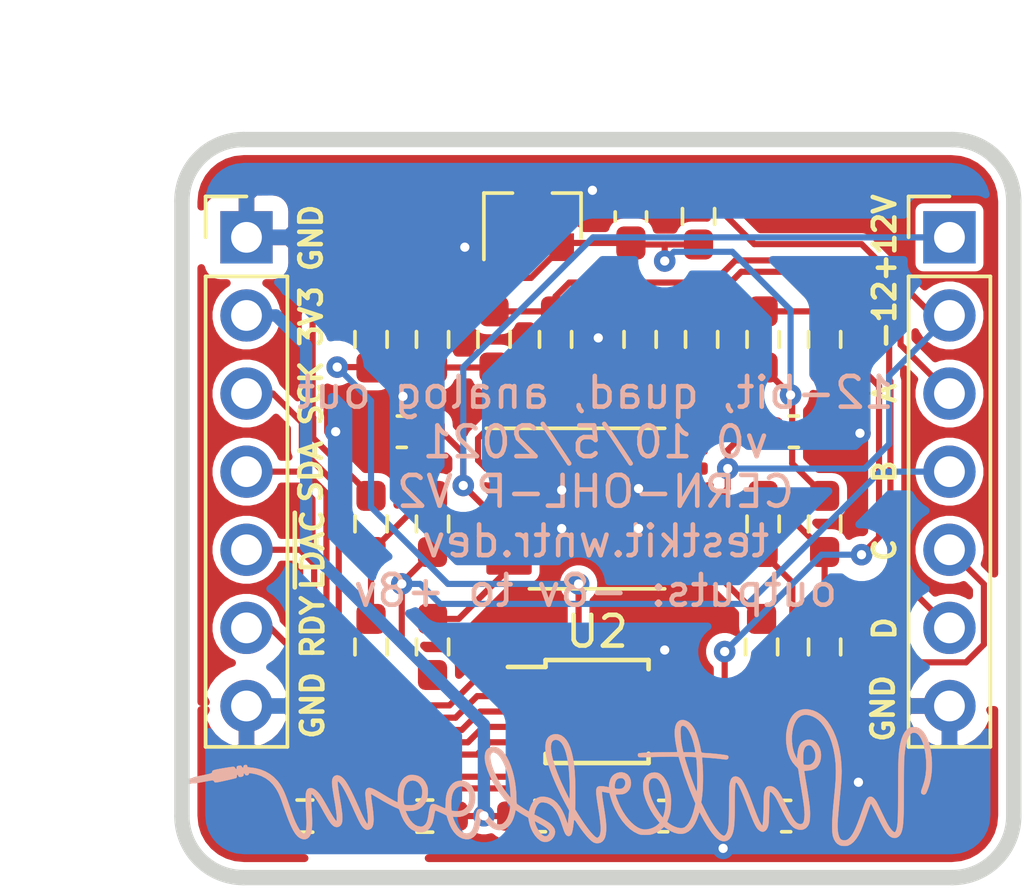
<source format=kicad_pcb>
(kicad_pcb (version 20171130) (host pcbnew "(5.1.10-1-10_14)")
  (title_block (title "12-bit analog outputs") (date 2021-10-05) (rev v0) (company Winterbloom) (comment 1 "CERN OHL-P V2") (comment 2 testkit.wntr.dev))
  (layers (0 F.Cu signal) (31 B.Cu signal) (34 B.Paste user) (35 F.Paste user) (36 B.SilkS user) (37 F.SilkS user) (38 B.Mask user) (39 F.Mask user) (44 Edge.Cuts user))
  (net 0 "")
  (net 1 +3.3VA)
  (net 2 GND)
  (net 3 +3V3)
  (net 4 -10V)
  (net 5 +12V)
  (net 6 -12V)
  (net 7 /OUT_D)
  (net 8 /OUT_C)
  (net 9 /OUT_B)
  (net 10 /OUT_A)
  (net 11 /DAC_OUT_A)
  (net 12 "Net-(R10-Pad2)")
  (net 13 /DAC_OUT_B)
  (net 14 "Net-(R11-Pad2)")
  (net 15 /DAC_OUT_C)
  (net 16 "Net-(R12-Pad2)")
  (net 17 /DAC_OUT_D)
  (net 18 "Net-(R13-Pad2)")
  (net 19 "Net-(R14-Pad2)")
  (net 20 "Net-(R15-Pad2)")
  (net 21 "Net-(R16-Pad2)")
  (net 22 "Net-(R17-Pad2)")
  (net 23 /RDY)
  (net 24 /~LDAC)
  (net 25 /SDA)
  (net 26 /SCL)
  (module Resistor_SMD:R_0603_1608Metric_Pad0.98x0.95mm_HandSolder (layer F.Cu) (at 141.6 125.5 180)
    (fp_text reference R19 hide)
    (fp_text value 10k hide)
    (pad 2 smd roundrect (at 0.9125 0 180) (size 0.975 0.95) (layers F.Cu F.Paste F.Mask) (net 3 +3V3))
    (pad 1 smd roundrect (at -0.9125 0 180) (size 0.975 0.95) (layers F.Cu F.Paste F.Mask) (net 25 /SDA))
  )
  (module Resistor_SMD:R_0603_1608Metric_Pad0.98x0.95mm_HandSolder (layer F.Cu) (at 145.5 125.5)
    (fp_text reference R18 hide)
    (fp_text value 10k hide)
    (pad 2 smd roundrect (at 0.9125 0) (size 0.975 0.95) (layers F.Cu F.Paste F.Mask) (net 3 +3V3))
    (pad 1 smd roundrect (at -0.9125 0) (size 0.975 0.95) (layers F.Cu F.Paste F.Mask) (net 26 /SCL))
  )
  (module Package_SO:MSOP-10_3x3mm_P0.5mm (layer F.Cu) (at 151.1 122.1)
    (fp_text reference U2 (at 0 -2.6) (layer F.SilkS))
    (fp_text value MCP4728)
    (pad 10 smd rect (at 2.2 -1) (size 1.4 0.3) (layers F.Cu F.Paste F.Mask) (net 2 GND))
    (pad 9 smd rect (at 2.2 -0.5) (size 1.4 0.3) (layers F.Cu F.Paste F.Mask) (net 17 /DAC_OUT_D))
    (pad 8 smd rect (at 2.2 0) (size 1.4 0.3) (layers F.Cu F.Paste F.Mask) (net 15 /DAC_OUT_C))
    (pad 7 smd rect (at 2.2 0.5) (size 1.4 0.3) (layers F.Cu F.Paste F.Mask) (net 13 /DAC_OUT_B))
    (pad 6 smd rect (at 2.2 1) (size 1.4 0.3) (layers F.Cu F.Paste F.Mask) (net 11 /DAC_OUT_A))
    (pad 5 smd rect (at -2.2 1) (size 1.4 0.3) (layers F.Cu F.Paste F.Mask) (net 23 /RDY))
    (pad 4 smd rect (at -2.2 0.5) (size 1.4 0.3) (layers F.Cu F.Paste F.Mask) (net 24 /~LDAC))
    (pad 3 smd rect (at -2.2 0) (size 1.4 0.3) (layers F.Cu F.Paste F.Mask) (net 25 /SDA))
    (pad 2 smd rect (at -2.2 -0.5) (size 1.4 0.3) (layers F.Cu F.Paste F.Mask) (net 26 /SCL))
    (pad 1 smd rect (at -2.2 -1) (size 1.4 0.3) (layers F.Cu F.Paste F.Mask) (net 1 +3.3VA))
  )
  (module Connector_PinHeader_2.54mm:PinHeader_1x07_P2.54mm_Vertical (layer F.Cu) (at 162.56 106.68)
    (fp_text reference J2 hide)
    (fp_text value Outputs)
    (pad 7 thru_hole oval (at 0 15.24) (size 1.7 1.7) (drill 1) (layers *.Cu *.Mask) (net 2 GND))
    (pad 6 thru_hole oval (at 0 12.7) (size 1.7 1.7) (drill 1) (layers *.Cu *.Mask) (net 7 /OUT_D))
    (pad 5 thru_hole oval (at 0 10.16) (size 1.7 1.7) (drill 1) (layers *.Cu *.Mask) (net 8 /OUT_C))
    (pad 4 thru_hole oval (at 0 7.62) (size 1.7 1.7) (drill 1) (layers *.Cu *.Mask) (net 9 /OUT_B))
    (pad 3 thru_hole oval (at 0 5.08) (size 1.7 1.7) (drill 1) (layers *.Cu *.Mask) (net 10 /OUT_A))
    (pad 2 thru_hole oval (at 0 2.54) (size 1.7 1.7) (drill 1) (layers *.Cu *.Mask) (net 6 -12V))
    (pad 1 thru_hole rect (at 0 0) (size 1.7 1.7) (drill 1) (layers *.Cu *.Mask) (net 5 +12V))
  )
  (module Connector_PinHeader_2.54mm:PinHeader_1x07_P2.54mm_Vertical (layer F.Cu) (at 139.7 106.68)
    (fp_text reference J1 hide)
    (fp_text value Inputs)
    (pad 7 thru_hole oval (at 0 15.24) (size 1.7 1.7) (drill 1) (layers *.Cu *.Mask) (net 2 GND))
    (pad 6 thru_hole oval (at 0 12.7) (size 1.7 1.7) (drill 1) (layers *.Cu *.Mask) (net 23 /RDY))
    (pad 5 thru_hole oval (at 0 10.16) (size 1.7 1.7) (drill 1) (layers *.Cu *.Mask) (net 24 /~LDAC))
    (pad 4 thru_hole oval (at 0 7.62) (size 1.7 1.7) (drill 1) (layers *.Cu *.Mask) (net 25 /SDA))
    (pad 3 thru_hole oval (at 0 5.08) (size 1.7 1.7) (drill 1) (layers *.Cu *.Mask) (net 26 /SCL))
    (pad 2 thru_hole oval (at 0 2.54) (size 1.7 1.7) (drill 1) (layers *.Cu *.Mask) (net 3 +3V3))
    (pad 1 thru_hole rect (at 0 0) (size 1.7 1.7) (drill 1) (layers *.Cu *.Mask) (net 2 GND))
  )
  (module winterbloom:Extra_Long_Wiggly_Boi_25mm (layer B.Cu) (at 149.85 124.25 180)
    (fp_text reference G*** hide)
    (fp_text value LOGO hide)
  )
  (module Resistor_SMD:R_0603_1608Metric_Pad0.98x0.95mm_HandSolder (layer F.Cu) (at 156.5 110 270)
    (fp_text reference R9 hide)
    (fp_text value 12.4k)
    (pad 2 smd roundrect (at 0.9125 0 270) (size 0.975 0.95) (layers F.Cu F.Paste F.Mask) (net 4 -10V))
    (pad 1 smd roundrect (at -0.9125 0 270) (size 0.975 0.95) (layers F.Cu F.Paste F.Mask) (net 18 "Net-(R13-Pad2)"))
  )
  (module Package_SO:TSSOP-14_4.4x5mm_P0.65mm (layer F.Cu) (at 151.1 115.5)
    (fp_text reference U3 hide)
    (fp_text value OPA4197)
    (pad 14 smd roundrect (at 2.8625 -1.95) (size 1.475 0.4) (layers F.Cu F.Paste F.Mask) (net 22 "Net-(R17-Pad2)"))
    (pad 13 smd roundrect (at 2.8625 -1.3) (size 1.475 0.4) (layers F.Cu F.Paste F.Mask) (net 18 "Net-(R13-Pad2)"))
    (pad 12 smd roundrect (at 2.8625 -0.65) (size 1.475 0.4) (layers F.Cu F.Paste F.Mask) (net 2 GND))
    (pad 11 smd roundrect (at 2.8625 0) (size 1.475 0.4) (layers F.Cu F.Paste F.Mask) (net 6 -12V))
    (pad 10 smd roundrect (at 2.8625 0.65) (size 1.475 0.4) (layers F.Cu F.Paste F.Mask) (net 2 GND))
    (pad 9 smd roundrect (at 2.8625 1.3) (size 1.475 0.4) (layers F.Cu F.Paste F.Mask) (net 16 "Net-(R12-Pad2)"))
    (pad 8 smd roundrect (at 2.8625 1.95) (size 1.475 0.4) (layers F.Cu F.Paste F.Mask) (net 21 "Net-(R16-Pad2)"))
    (pad 7 smd roundrect (at -2.8625 1.95) (size 1.475 0.4) (layers F.Cu F.Paste F.Mask) (net 20 "Net-(R15-Pad2)"))
    (pad 6 smd roundrect (at -2.8625 1.3) (size 1.475 0.4) (layers F.Cu F.Paste F.Mask) (net 14 "Net-(R11-Pad2)"))
    (pad 5 smd roundrect (at -2.8625 0.65) (size 1.475 0.4) (layers F.Cu F.Paste F.Mask) (net 2 GND))
    (pad 4 smd roundrect (at -2.8625 0) (size 1.475 0.4) (layers F.Cu F.Paste F.Mask) (net 5 +12V))
    (pad 3 smd roundrect (at -2.8625 -0.65) (size 1.475 0.4) (layers F.Cu F.Paste F.Mask) (net 2 GND))
    (pad 2 smd roundrect (at -2.8625 -1.3) (size 1.475 0.4) (layers F.Cu F.Paste F.Mask) (net 12 "Net-(R10-Pad2)"))
    (pad 1 smd roundrect (at -2.8625 -1.95) (size 1.475 0.4) (layers F.Cu F.Paste F.Mask) (net 19 "Net-(R14-Pad2)"))
  )
  (module Package_TO_SOT_SMD:SOT-23 (layer F.Cu) (at 149 106 90)
    (fp_text reference U1 hide)
    (fp_text value LM4040-10)
    (pad 3 smd rect (at 1 0 90) (size 0.9 0.8) (layers F.Cu F.Paste F.Mask))
    (pad 2 smd rect (at -1 0.95 90) (size 0.9 0.8) (layers F.Cu F.Paste F.Mask) (net 4 -10V))
    (pad 1 smd rect (at -1 -0.95 90) (size 0.9 0.8) (layers F.Cu F.Paste F.Mask) (net 2 GND))
  )
  (module Resistor_SMD:R_0603_1608Metric_Pad0.98x0.95mm_HandSolder (layer F.Cu) (at 154.5 110 270)
    (fp_text reference R17 hide)
    (fp_text value 1k)
    (pad 2 smd roundrect (at 0.9125 0 270) (size 0.975 0.95) (layers F.Cu F.Paste F.Mask) (net 22 "Net-(R17-Pad2)"))
    (pad 1 smd roundrect (at -0.9125 0 270) (size 0.975 0.95) (layers F.Cu F.Paste F.Mask) (net 7 /OUT_D))
  )
  (module Resistor_SMD:R_0603_1608Metric_Pad0.98x0.95mm_HandSolder (layer F.Cu) (at 156.45 120 90)
    (fp_text reference R16 hide)
    (fp_text value 1k)
    (pad 2 smd roundrect (at 0.9125 0 90) (size 0.975 0.95) (layers F.Cu F.Paste F.Mask) (net 21 "Net-(R16-Pad2)"))
    (pad 1 smd roundrect (at -0.9125 0 90) (size 0.975 0.95) (layers F.Cu F.Paste F.Mask) (net 8 /OUT_C))
  )
  (module Resistor_SMD:R_0603_1608Metric_Pad0.98x0.95mm_HandSolder (layer F.Cu) (at 145.75 120 90)
    (fp_text reference R15 hide)
    (fp_text value 1k)
    (pad 2 smd roundrect (at 0.9125 0 90) (size 0.975 0.95) (layers F.Cu F.Paste F.Mask) (net 20 "Net-(R15-Pad2)"))
    (pad 1 smd roundrect (at -0.9125 0 90) (size 0.975 0.95) (layers F.Cu F.Paste F.Mask) (net 9 /OUT_B))
  )
  (module Resistor_SMD:R_0603_1608Metric_Pad0.98x0.95mm_HandSolder (layer F.Cu) (at 149.75 110 270)
    (fp_text reference R14 hide)
    (fp_text value 1k)
    (pad 2 smd roundrect (at 0.9125 0 270) (size 0.975 0.95) (layers F.Cu F.Paste F.Mask) (net 19 "Net-(R14-Pad2)"))
    (pad 1 smd roundrect (at -0.9125 0 270) (size 0.975 0.95) (layers F.Cu F.Paste F.Mask) (net 10 /OUT_A))
  )
  (module Resistor_SMD:R_0603_1608Metric_Pad0.98x0.95mm_HandSolder (layer F.Cu) (at 152.5 110 270)
    (fp_text reference R13 hide)
    (fp_text value 10k)
    (pad 2 smd roundrect (at 0.9125 0 270) (size 0.975 0.95) (layers F.Cu F.Paste F.Mask) (net 18 "Net-(R13-Pad2)"))
    (pad 1 smd roundrect (at -0.9125 0 270) (size 0.975 0.95) (layers F.Cu F.Paste F.Mask) (net 7 /OUT_D))
  )
  (module Resistor_SMD:R_0603_1608Metric_Pad0.98x0.95mm_HandSolder (layer F.Cu) (at 156.5 116 90)
    (fp_text reference R12 hide)
    (fp_text value 10k)
    (pad 2 smd roundrect (at 0.9125 0 90) (size 0.975 0.95) (layers F.Cu F.Paste F.Mask) (net 16 "Net-(R12-Pad2)"))
    (pad 1 smd roundrect (at -0.9125 0 90) (size 0.975 0.95) (layers F.Cu F.Paste F.Mask) (net 8 /OUT_C))
  )
  (module Resistor_SMD:R_0603_1608Metric_Pad0.98x0.95mm_HandSolder (layer F.Cu) (at 145.75 116 90)
    (fp_text reference R11 hide)
    (fp_text value 10k)
    (pad 2 smd roundrect (at 0.9125 0 90) (size 0.975 0.95) (layers F.Cu F.Paste F.Mask) (net 14 "Net-(R11-Pad2)"))
    (pad 1 smd roundrect (at -0.9125 0 90) (size 0.975 0.95) (layers F.Cu F.Paste F.Mask) (net 9 /OUT_B))
  )
  (module Resistor_SMD:R_0603_1608Metric_Pad0.98x0.95mm_HandSolder (layer F.Cu) (at 147.75 110 270)
    (fp_text reference R10 hide)
    (fp_text value 10k)
    (pad 2 smd roundrect (at 0.9125 0 270) (size 0.975 0.95) (layers F.Cu F.Paste F.Mask) (net 12 "Net-(R10-Pad2)"))
    (pad 1 smd roundrect (at -0.9125 0 270) (size 0.975 0.95) (layers F.Cu F.Paste F.Mask) (net 10 /OUT_A))
  )
  (module Resistor_SMD:R_0603_1608Metric_Pad0.98x0.95mm_HandSolder (layer F.Cu) (at 158.5 110 270)
    (fp_text reference R8 hide)
    (fp_text value 1.54k)
    (pad 2 smd roundrect (at 0.9125 0 270) (size 0.975 0.95) (layers F.Cu F.Paste F.Mask) (net 17 /DAC_OUT_D))
    (pad 1 smd roundrect (at -0.9125 0 270) (size 0.975 0.95) (layers F.Cu F.Paste F.Mask) (net 18 "Net-(R13-Pad2)"))
  )
  (module Resistor_SMD:R_0603_1608Metric_Pad0.98x0.95mm_HandSolder (layer F.Cu) (at 158.5 116 90)
    (fp_text reference R7 hide)
    (fp_text value 12.4k)
    (pad 2 smd roundrect (at 0.9125 0 90) (size 0.975 0.95) (layers F.Cu F.Paste F.Mask) (net 4 -10V))
    (pad 1 smd roundrect (at -0.9125 0 90) (size 0.975 0.95) (layers F.Cu F.Paste F.Mask) (net 16 "Net-(R12-Pad2)"))
  )
  (module Resistor_SMD:R_0603_1608Metric_Pad0.98x0.95mm_HandSolder (layer F.Cu) (at 158.5 120 270)
    (fp_text reference R6 hide)
    (fp_text value 1.54k)
    (pad 2 smd roundrect (at 0.9125 0 270) (size 0.975 0.95) (layers F.Cu F.Paste F.Mask) (net 15 /DAC_OUT_C))
    (pad 1 smd roundrect (at -0.9125 0 270) (size 0.975 0.95) (layers F.Cu F.Paste F.Mask) (net 16 "Net-(R12-Pad2)"))
  )
  (module Resistor_SMD:R_0603_1608Metric_Pad0.98x0.95mm_HandSolder (layer F.Cu) (at 143.75 116 90)
    (fp_text reference R5 hide)
    (fp_text value 12.4k)
    (pad 2 smd roundrect (at 0.9125 0 90) (size 0.975 0.95) (layers F.Cu F.Paste F.Mask) (net 4 -10V))
    (pad 1 smd roundrect (at -0.9125 0 90) (size 0.975 0.95) (layers F.Cu F.Paste F.Mask) (net 14 "Net-(R11-Pad2)"))
  )
  (module Resistor_SMD:R_0603_1608Metric_Pad0.98x0.95mm_HandSolder (layer F.Cu) (at 143.75 120 270)
    (fp_text reference R4 hide)
    (fp_text value 1.54k)
    (pad 2 smd roundrect (at 0.9125 0 270) (size 0.975 0.95) (layers F.Cu F.Paste F.Mask) (net 13 /DAC_OUT_B))
    (pad 1 smd roundrect (at -0.9125 0 270) (size 0.975 0.95) (layers F.Cu F.Paste F.Mask) (net 14 "Net-(R11-Pad2)"))
  )
  (module Resistor_SMD:R_0603_1608Metric_Pad0.98x0.95mm_HandSolder (layer F.Cu) (at 145.75 110 90)
    (fp_text reference R3 hide)
    (fp_text value 12.4k)
    (pad 2 smd roundrect (at 0.9125 0 90) (size 0.975 0.95) (layers F.Cu F.Paste F.Mask) (net 4 -10V))
    (pad 1 smd roundrect (at -0.9125 0 90) (size 0.975 0.95) (layers F.Cu F.Paste F.Mask) (net 12 "Net-(R10-Pad2)"))
  )
  (module Resistor_SMD:R_0603_1608Metric_Pad0.98x0.95mm_HandSolder (layer F.Cu) (at 143.75 110 270)
    (fp_text reference R2 hide)
    (fp_text value 1.54k)
    (pad 2 smd roundrect (at 0.9125 0 270) (size 0.975 0.95) (layers F.Cu F.Paste F.Mask) (net 11 /DAC_OUT_A))
    (pad 1 smd roundrect (at -0.9125 0 270) (size 0.975 0.95) (layers F.Cu F.Paste F.Mask) (net 12 "Net-(R10-Pad2)"))
  )
  (module Resistor_SMD:R_0603_1608Metric_Pad0.98x0.95mm_HandSolder (layer F.Cu) (at 154.4 106 90)
    (fp_text reference R1 hide)
    (fp_text value 270)
    (pad 2 smd roundrect (at 0.9125 0 90) (size 0.975 0.95) (layers F.Cu F.Paste F.Mask) (net 6 -12V))
    (pad 1 smd roundrect (at -0.9125 0 90) (size 0.975 0.95) (layers F.Cu F.Paste F.Mask) (net 4 -10V))
  )
  (module Inductor_SMD:L_0603_1608Metric_Pad1.05x0.95mm_HandSolder (layer F.Cu) (at 149.25 125.5 180)
    (fp_text reference FB1 hide)
    (fp_text value BEAD)
    (pad 2 smd roundrect (at 0.875 0 180) (size 1.05 0.95) (layers F.Cu F.Paste F.Mask) (net 3 +3V3))
    (pad 1 smd roundrect (at -0.875 0 180) (size 1.05 0.95) (layers F.Cu F.Paste F.Mask) (net 1 +3.3VA))
  )
  (module Capacitor_SMD:C_0603_1608Metric_Pad1.08x0.95mm_HandSolder (layer F.Cu) (at 157.5 113 180)
    (fp_text reference C6 hide)
    (fp_text value 0.1uF)
    (pad 2 smd roundrect (at 0.8625 0 180) (size 1.075 0.95) (layers F.Cu F.Paste F.Mask) (net 6 -12V))
    (pad 1 smd roundrect (at -0.8625 0 180) (size 1.075 0.95) (layers F.Cu F.Paste F.Mask) (net 2 GND))
  )
  (module Capacitor_SMD:C_0603_1608Metric_Pad1.08x0.95mm_HandSolder (layer F.Cu) (at 144.75 113)
    (fp_text reference C5 hide)
    (fp_text value 0.1uF)
    (pad 2 smd roundrect (at 0.8625 0) (size 1.075 0.95) (layers F.Cu F.Paste F.Mask) (net 5 +12V))
    (pad 1 smd roundrect (at -0.8625 0) (size 1.075 0.95) (layers F.Cu F.Paste F.Mask) (net 2 GND))
  )
  (module Capacitor_SMD:C_0603_1608Metric_Pad1.08x0.95mm_HandSolder (layer F.Cu) (at 152.2 106 270)
    (fp_text reference C4 hide)
    (fp_text value 0.1uF)
    (pad 2 smd roundrect (at 0.8625 0 270) (size 1.075 0.95) (layers F.Cu F.Paste F.Mask) (net 4 -10V))
    (pad 1 smd roundrect (at -0.8625 0 270) (size 1.075 0.95) (layers F.Cu F.Paste F.Mask) (net 2 GND))
  )
  (module Capacitor_SMD:C_0603_1608Metric_Pad1.08x0.95mm_HandSolder (layer F.Cu) (at 153.25 125.5 180)
    (fp_text reference C2 hide)
    (fp_text value 0.1uF)
    (pad 2 smd roundrect (at 0.8625 0 180) (size 1.075 0.95) (layers F.Cu F.Paste F.Mask) (net 1 +3.3VA))
    (pad 1 smd roundrect (at -0.8625 0 180) (size 1.075 0.95) (layers F.Cu F.Paste F.Mask) (net 2 GND))
  )
  (module Capacitor_SMD:C_0603_1608Metric_Pad1.08x0.95mm_HandSolder (layer F.Cu) (at 157.25 125.5 180)
    (fp_text reference C1 hide)
    (fp_text value 1uF)
    (pad 2 smd roundrect (at 0.8625 0 180) (size 1.075 0.95) (layers F.Cu F.Paste F.Mask) (net 1 +3.3VA))
    (pad 1 smd roundrect (at -0.8625 0 180) (size 1.075 0.95) (layers F.Cu F.Paste F.Mask) (net 2 GND))
  )
  (gr_text "12-bit, quad, analog out\nv0 10/5/2021\nCERN-OHL-P V2\ntestkit.wntr.dev\noutputs: -8v to +8v" (at 151.05 114.95) (layer B.SilkS) (effects (font (size 1 1)) (justify mirror)))
  (gr_text GND (at 160.4 122 90) (layer F.SilkS) (effects (font (size 0.7 0.7))))
  (gr_text D (at 160.45 119.4 90) (layer F.SilkS) (effects (font (size 0.7 0.7))))
  (gr_text C (at 160.45 116.85 90) (layer F.SilkS) (effects (font (size 0.7 0.7))))
  (gr_text B (at 160.45 114.3 90) (layer F.SilkS) (effects (font (size 0.7 0.7))))
  (gr_text A (at 160.45 111.75 90) (layer F.SilkS) (effects (font (size 0.7 0.7))))
  (gr_text -12 (at 160.45 109.2 90) (layer F.SilkS) (effects (font (size 0.7 0.7))))
  (gr_text +12V (at 160.45 106.7 90) (layer F.SilkS) (effects (font (size 0.7 0.7))))
  (gr_text GND (at 141.85 121.9 90) (layer F.SilkS) (effects (font (size 0.7 0.7))))
  (gr_text RDY (at 141.85 119.35 90) (layer F.SilkS) (effects (font (size 0.7 0.7))))
  (gr_text ~LDAC (at 141.85 116.85 90) (layer F.SilkS) (effects (font (size 0.7 0.7))))
  (gr_text SDA (at 141.8 114.3 90) (layer F.SilkS) (effects (font (size 0.7 0.7))))
  (gr_text SCK (at 141.8 111.75 90) (layer F.SilkS) (effects (font (size 0.7 0.7))))
  (gr_text 3V3 (at 141.8 109.25 90) (layer F.SilkS) (effects (font (size 0.7 0.7))))
  (gr_text GND (at 141.8 106.7 90) (layer F.SilkS) (effects (font (size 0.7 0.7))))
  (gr_arc (start 139.6 125.5) (end 137.6 125.5) (angle -90) (layer Edge.Cuts) (width 0.5))
  (gr_arc (start 162.65 125.5) (end 162.65 127.5) (angle -90) (layer Edge.Cuts) (width 0.5))
  (gr_arc (start 162.65 105.5) (end 164.65 105.5) (angle -90) (layer Edge.Cuts) (width 0.5))
  (gr_arc (start 139.6 105.5) (end 139.6 103.5) (angle -90) (layer Edge.Cuts) (width 0.5))
  (gr_line (start 137.6 125.5) (end 137.6 105.5) (layer Edge.Cuts) (width 0.5))
  (gr_line (start 162.65 127.5) (end 139.6 127.5) (layer Edge.Cuts) (width 0.5))
  (gr_line (start 164.65 105.5) (end 164.65 125.5) (layer Edge.Cuts) (width 0.5))
  (gr_line (start 139.6 103.5) (end 162.65 103.5) (layer Edge.Cuts) (width 0.5))
  (segment (start 152.3875 125.5) (end 150.125 125.5) (width 0.2) (layer F.Cu) (net 1))
  (segment (start 155.64249 124.75499) (end 156.3875 125.5) (width 0.2) (layer F.Cu) (net 1))
  (segment (start 152.3875 125.5) (end 153.13251 124.75499) (width 0.2) (layer F.Cu) (net 1))
  (segment (start 153.13251 124.75499) (end 155.64249 124.75499) (width 0.2) (layer F.Cu) (net 1))
  (segment (start 150.660022 124.964978) (end 150.660022 121.836748) (width 0.2) (layer F.Cu) (net 1))
  (segment (start 150.125 125.5) (end 150.660022 124.964978) (width 0.2) (layer F.Cu) (net 1))
  (segment (start 150.660022 121.836748) (end 149.923274 121.1) (width 0.2) (layer F.Cu) (net 1))
  (segment (start 149.923274 121.1) (end 148.9 121.1) (width 0.2) (layer F.Cu) (net 1))
  (via (at 159.65 113.05) (size 0.7) (drill 0.3) (layers F.Cu B.Cu) (net 2))
  (via (at 149.95 114.9) (size 0.7) (drill 0.3) (layers F.Cu B.Cu) (net 2))
  (via (at 152.45 116.15) (size 0.7) (drill 0.3) (layers F.Cu B.Cu) (net 2))
  (via (at 152.45 114.85) (size 0.7) (drill 0.3) (layers F.Cu B.Cu) (net 2))
  (via (at 149.95 116.15) (size 0.7) (drill 0.3) (layers F.Cu B.Cu) (net 2))
  (via (at 142.6 113) (size 0.7) (drill 0.3) (layers F.Cu B.Cu) (net 2))
  (via (at 146.8 107) (size 0.7) (drill 0.3) (layers F.Cu B.Cu) (net 2))
  (via (at 150.95 105.15) (size 0.7) (drill 0.3) (layers F.Cu B.Cu) (net 2))
  (via (at 155.2 126.55) (size 0.7) (drill 0.3) (layers F.Cu B.Cu) (net 2))
  (via (at 159.6 124.4) (size 0.7) (drill 0.3) (layers F.Cu B.Cu) (net 2))
  (via (at 153.3 120.1) (size 0.7) (drill 0.3) (layers F.Cu B.Cu) (net 2))
  (segment (start 153.3 121.1) (end 153.3 120.1) (width 0.2) (layer F.Cu) (net 2))
  (via (at 144.79 111.85) (size 0.7) (drill 0.3) (layers F.Cu B.Cu) (net 2))
  (via (at 151.14 109.95) (size 0.7) (drill 0.3) (layers F.Cu B.Cu) (net 2))
  (segment (start 139.7 109.22) (end 140.52 109.22) (width 0.16) (layer F.Cu) (net 3))
  (segment (start 146.4125 125.5) (end 148.375 125.5) (width 0.2) (layer F.Cu) (net 3))
  (segment (start 140.6875 125.5) (end 140.8 125.5) (width 0.2) (layer F.Cu) (net 3))
  (segment (start 140.8 125.5) (end 141.7 126.4) (width 0.2) (layer F.Cu) (net 3))
  (segment (start 145.5125 126.4) (end 146.4125 125.5) (width 0.2) (layer F.Cu) (net 3))
  (segment (start 141.7 126.4) (end 145.5125 126.4) (width 0.2) (layer F.Cu) (net 3))
  (segment (start 139.7 109.22) (end 140.66 109.22) (width 0.4) (layer B.Cu) (net 3))
  (segment (start 140.66 109.22) (end 141.64 110.2) (width 0.4) (layer B.Cu) (net 3))
  (segment (start 141.64 110.2) (end 141.64 116.75) (width 0.4) (layer B.Cu) (net 3))
  (via (at 147.42 125.49) (size 0.7) (drill 0.3) (layers F.Cu B.Cu) (net 3))
  (segment (start 147.42 122.53) (end 147.42 125.49) (width 0.4) (layer B.Cu) (net 3))
  (segment (start 141.64 116.75) (end 147.42 122.53) (width 0.4) (layer B.Cu) (net 3))
  (segment (start 152.25 106.9125) (end 152.2 106.8625) (width 0.2) (layer F.Cu) (net 4))
  (segment (start 150.0875 106.8625) (end 149.95 107) (width 0.2) (layer F.Cu) (net 4))
  (segment (start 152.2 106.8625) (end 150.0875 106.8625) (width 0.2) (layer F.Cu) (net 4))
  (segment (start 145.75 109.0875) (end 145.8125 109.0875) (width 0.2) (layer F.Cu) (net 4))
  (segment (start 145.8125 109.0875) (end 146.9 108) (width 0.2) (layer F.Cu) (net 4))
  (segment (start 148.95 108) (end 149.95 107) (width 0.2) (layer F.Cu) (net 4))
  (segment (start 146.9 108) (end 148.95 108) (width 0.2) (layer F.Cu) (net 4))
  (segment (start 158.5 115.0875) (end 158.8625 115.0875) (width 0.2) (layer F.Cu) (net 4))
  (segment (start 157.4875 111.9) (end 157.39375 111.80625) (width 0.2) (layer F.Cu) (net 4))
  (segment (start 157.39375 111.80625) (end 156.5 110.9125) (width 0.2) (layer F.Cu) (net 4))
  (via (at 157.39375 111.80625) (size 0.7) (drill 0.3) (layers F.Cu B.Cu) (net 4))
  (segment (start 157.39375 111.80625) (end 157.39375 109.04375) (width 0.2) (layer B.Cu) (net 4))
  (segment (start 157.39375 109.04375) (end 155.5 107.15) (width 0.2) (layer B.Cu) (net 4))
  (via (at 153.3 107.45) (size 0.7) (drill 0.3) (layers F.Cu B.Cu) (net 4))
  (segment (start 153.6 107.15) (end 153.3 107.45) (width 0.2) (layer B.Cu) (net 4))
  (segment (start 155.5 107.15) (end 153.6 107.15) (width 0.2) (layer B.Cu) (net 4))
  (segment (start 153.3 106.95) (end 153.3375 106.9125) (width 0.2) (layer F.Cu) (net 4))
  (segment (start 153.3375 106.9125) (end 152.25 106.9125) (width 0.2) (layer F.Cu) (net 4))
  (segment (start 153.3 107.45) (end 153.3 106.95) (width 0.2) (layer F.Cu) (net 4))
  (segment (start 154.4 106.9125) (end 153.3375 106.9125) (width 0.2) (layer F.Cu) (net 4))
  (segment (start 157.44501 114.03251) (end 158.5 115.0875) (width 0.2) (layer F.Cu) (net 4))
  (segment (start 157.44501 111.85751) (end 157.44501 114.03251) (width 0.2) (layer F.Cu) (net 4))
  (segment (start 157.39375 111.80625) (end 157.44501 111.85751) (width 0.2) (layer F.Cu) (net 4))
  (segment (start 143.75 115.0875) (end 141.870011 113.207511) (width 0.2) (layer F.Cu) (net 4))
  (segment (start 141.870011 113.207511) (end 141.870011 112.546737) (width 0.2) (layer F.Cu) (net 4))
  (segment (start 141.85 112.526726) (end 141.85 109.25) (width 0.2) (layer F.Cu) (net 4))
  (segment (start 141.870011 112.546737) (end 141.85 112.526726) (width 0.2) (layer F.Cu) (net 4))
  (segment (start 144.8125 108.15) (end 145.75 109.0875) (width 0.2) (layer F.Cu) (net 4))
  (segment (start 141.85 109.25) (end 142.95 108.15) (width 0.2) (layer F.Cu) (net 4))
  (segment (start 142.95 108.15) (end 144.8125 108.15) (width 0.2) (layer F.Cu) (net 4))
  (segment (start 145.6125 113) (end 146.05 113) (width 0.2) (layer F.Cu) (net 5))
  (segment (start 146.05 113) (end 146.75 113.7) (width 0.2) (layer F.Cu) (net 5))
  (segment (start 147.5 115.5) (end 148.2375 115.5) (width 0.2) (layer F.Cu) (net 5))
  (segment (start 146.75 114.75) (end 147.5 115.5) (width 0.2) (layer F.Cu) (net 5))
  (segment (start 146.75 113.7) (end 146.75 114.75) (width 0.2) (layer F.Cu) (net 5))
  (segment (start 162.56 106.68) (end 150.97 106.68) (width 0.2) (layer B.Cu) (net 5))
  (segment (start 146.75 110.9) (end 146.75 114.75) (width 0.2) (layer B.Cu) (net 5))
  (via (at 146.75 114.75) (size 0.7) (drill 0.3) (layers F.Cu B.Cu) (net 5))
  (segment (start 150.97 106.68) (end 146.75 110.9) (width 0.2) (layer B.Cu) (net 5))
  (segment (start 154.7 115.5) (end 155.35 114.85) (width 0.2) (layer F.Cu) (net 6))
  (segment (start 153.9625 115.5) (end 154.7 115.5) (width 0.2) (layer F.Cu) (net 6))
  (segment (start 155.95 113) (end 156.6375 113) (width 0.2) (layer F.Cu) (net 6))
  (segment (start 155.35 113.6) (end 155.95 113) (width 0.2) (layer F.Cu) (net 6))
  (segment (start 162.56 109.22) (end 162.02 109.22) (width 0.2) (layer F.Cu) (net 6))
  (segment (start 162.02 109.22) (end 159.7 106.9) (width 0.2) (layer F.Cu) (net 6))
  (segment (start 156.2125 106.9) (end 154.4 105.0875) (width 0.2) (layer F.Cu) (net 6))
  (segment (start 159.7 106.9) (end 156.2125 106.9) (width 0.2) (layer F.Cu) (net 6))
  (via (at 155.35 114.2) (size 0.7) (drill 0.3) (layers F.Cu B.Cu) (net 6))
  (segment (start 155.35 114.2) (end 155.35 113.6) (width 0.2) (layer F.Cu) (net 6))
  (segment (start 155.35 114.85) (end 155.35 114.2) (width 0.2) (layer F.Cu) (net 6))
  (segment (start 160.6 111.18) (end 162.56 109.22) (width 0.2) (layer B.Cu) (net 6))
  (segment (start 160.6 113.4) (end 160.6 111.18) (width 0.2) (layer B.Cu) (net 6))
  (segment (start 159.8 114.2) (end 160.6 113.4) (width 0.2) (layer B.Cu) (net 6))
  (segment (start 155.35 114.2) (end 159.8 114.2) (width 0.2) (layer B.Cu) (net 6))
  (segment (start 152.5 109.0875) (end 154.5 109.0875) (width 0.2) (layer F.Cu) (net 7))
  (segment (start 160.6 109.25) (end 159.15 107.8) (width 0.2) (layer F.Cu) (net 7))
  (segment (start 160.640012 117.460012) (end 160.640012 111.366738) (width 0.2) (layer F.Cu) (net 7))
  (segment (start 162.56 119.38) (end 160.640012 117.460012) (width 0.2) (layer F.Cu) (net 7))
  (segment (start 160.640012 111.366738) (end 160.6 111.326726) (width 0.2) (layer F.Cu) (net 7))
  (segment (start 159.15 107.8) (end 155.7875 107.8) (width 0.2) (layer F.Cu) (net 7))
  (segment (start 160.6 111.326726) (end 160.6 109.25) (width 0.2) (layer F.Cu) (net 7))
  (segment (start 155.7875 107.8) (end 154.5 109.0875) (width 0.2) (layer F.Cu) (net 7))
  (segment (start 156.5 116.9125) (end 156.5 116.95) (width 0.2) (layer F.Cu) (net 8))
  (segment (start 156.5 116.95) (end 157.45 117.9) (width 0.2) (layer F.Cu) (net 8))
  (segment (start 157.45 119.9125) (end 156.45 120.9125) (width 0.2) (layer F.Cu) (net 8))
  (segment (start 157.45 117.9) (end 157.45 119.9125) (width 0.2) (layer F.Cu) (net 8))
  (segment (start 162.4875 116.9125) (end 162.56 116.84) (width 0.2) (layer F.Cu) (net 8))
  (segment (start 157.45 119.9125) (end 160.8625 119.9125) (width 0.2) (layer F.Cu) (net 8))
  (segment (start 163.680001 117.960001) (end 162.56 116.84) (width 0.2) (layer F.Cu) (net 8))
  (segment (start 163.097601 120.500001) (end 163.680001 119.917601) (width 0.2) (layer F.Cu) (net 8))
  (segment (start 161.450001 120.500001) (end 163.097601 120.500001) (width 0.2) (layer F.Cu) (net 8))
  (segment (start 163.680001 119.917601) (end 163.680001 117.960001) (width 0.2) (layer F.Cu) (net 8))
  (segment (start 160.8625 119.9125) (end 161.450001 120.500001) (width 0.2) (layer F.Cu) (net 8))
  (segment (start 145.75 120.9125) (end 144.75 119.9125) (width 0.2) (layer F.Cu) (net 9))
  (segment (start 144.75 117.9125) (end 145.75 116.9125) (width 0.2) (layer F.Cu) (net 9))
  (segment (start 144.75 119.9125) (end 144.75 117.95) (width 0.2) (layer F.Cu) (net 9))
  (segment (start 144.75 117.95) (end 144.75 117.9125) (width 0.2) (layer F.Cu) (net 9))
  (via (at 144.75 117.95) (size 0.7) (drill 0.3) (layers F.Cu B.Cu) (net 9))
  (segment (start 144.75 117.95) (end 145.35 117.95) (width 0.2) (layer B.Cu) (net 9))
  (segment (start 145.35 117.95) (end 146 118.6) (width 0.2) (layer B.Cu) (net 9))
  (segment (start 146 118.6) (end 156 118.6) (width 0.2) (layer B.Cu) (net 9))
  (segment (start 160.3 114.3) (end 162.56 114.3) (width 0.2) (layer B.Cu) (net 9))
  (segment (start 156 118.6) (end 160.3 114.3) (width 0.2) (layer B.Cu) (net 9))
  (segment (start 147.75 109.0875) (end 149.75 109.0875) (width 0.2) (layer F.Cu) (net 10))
  (segment (start 159.303263 107.429989) (end 160.970011 109.096737) (width 0.2) (layer F.Cu) (net 10))
  (segment (start 160.970011 109.096737) (end 160.970011 110.170011) (width 0.2) (layer F.Cu) (net 10))
  (segment (start 149.75 109.0875) (end 149.75 108.6) (width 0.2) (layer F.Cu) (net 10))
  (segment (start 150.2 108.15) (end 154.876726 108.15) (width 0.2) (layer F.Cu) (net 10))
  (segment (start 149.75 108.6) (end 150.2 108.15) (width 0.2) (layer F.Cu) (net 10))
  (segment (start 160.970011 110.170011) (end 162.56 111.76) (width 0.2) (layer F.Cu) (net 10))
  (segment (start 154.876726 108.15) (end 155.596737 107.429989) (width 0.2) (layer F.Cu) (net 10))
  (segment (start 155.596737 107.429989) (end 159.303263 107.429989) (width 0.2) (layer F.Cu) (net 10))
  (via (at 150.5 117.95) (size 0.7) (drill 0.3) (layers F.Cu B.Cu) (net 11))
  (segment (start 150.5 118.05) (end 150.5 117.95) (width 0.2) (layer F.Cu) (net 11))
  (segment (start 150.5 117.95) (end 146.25 117.95) (width 0.2) (layer B.Cu) (net 11))
  (segment (start 146.25 117.95) (end 143.75 115.45) (width 0.2) (layer B.Cu) (net 11))
  (via (at 142.65 110.9) (size 0.7) (drill 0.3) (layers F.Cu B.Cu) (net 11))
  (segment (start 143.75 112) (end 142.65 110.9) (width 0.2) (layer B.Cu) (net 11))
  (segment (start 143.75 115.45) (end 143.75 112) (width 0.2) (layer B.Cu) (net 11))
  (segment (start 143.7375 110.9) (end 143.75 110.9125) (width 0.2) (layer F.Cu) (net 11))
  (segment (start 142.65 110.9) (end 143.7375 110.9) (width 0.2) (layer F.Cu) (net 11))
  (segment (start 152.4 123.1) (end 152.1 122.8) (width 0.2) (layer F.Cu) (net 11))
  (segment (start 153.3 123.1) (end 152.4 123.1) (width 0.2) (layer F.Cu) (net 11))
  (segment (start 152.1 122.8) (end 152.1 122.1) (width 0.2) (layer F.Cu) (net 11))
  (segment (start 150.5 120.5) (end 150.5 117.95) (width 0.2) (layer F.Cu) (net 11))
  (segment (start 152.1 122.1) (end 150.5 120.5) (width 0.2) (layer F.Cu) (net 11))
  (segment (start 147.22999 113.92999) (end 147.22999 113.22001) (width 0.2) (layer F.Cu) (net 12))
  (segment (start 147.5 114.2) (end 147.22999 113.92999) (width 0.2) (layer F.Cu) (net 12))
  (segment (start 148.2375 114.2) (end 147.5 114.2) (width 0.2) (layer F.Cu) (net 12))
  (segment (start 147.75 112.7) (end 147.75 110.9125) (width 0.2) (layer F.Cu) (net 12))
  (segment (start 147.22999 113.22001) (end 147.75 112.7) (width 0.2) (layer F.Cu) (net 12))
  (segment (start 147.75 110.9125) (end 145.75 110.9125) (width 0.2) (layer F.Cu) (net 12))
  (segment (start 145.575 110.9125) (end 143.75 109.0875) (width 0.2) (layer F.Cu) (net 12))
  (segment (start 145.75 110.9125) (end 145.575 110.9125) (width 0.2) (layer F.Cu) (net 12))
  (segment (start 143.75 120.9125) (end 143.75 121.55) (width 0.2) (layer F.Cu) (net 13))
  (segment (start 143.75 121.55) (end 144.1 121.9) (width 0.2) (layer F.Cu) (net 13))
  (segment (start 144.1 121.9) (end 146.3 121.9) (width 0.2) (layer F.Cu) (net 13))
  (segment (start 146.3 121.9) (end 147.7 120.5) (width 0.2) (layer F.Cu) (net 13))
  (segment (start 147.7 120.5) (end 149.9 120.5) (width 0.2) (layer F.Cu) (net 13))
  (segment (start 149.9 120.5) (end 151.7 122.3) (width 0.2) (layer F.Cu) (net 13))
  (segment (start 151.7 122.3) (end 151.7 123.4) (width 0.2) (layer F.Cu) (net 13))
  (segment (start 151.7 123.4) (end 152.2 123.9) (width 0.2) (layer F.Cu) (net 13))
  (segment (start 152.2 123.9) (end 154 123.9) (width 0.2) (layer F.Cu) (net 13))
  (segment (start 154 123.9) (end 154.6 123.3) (width 0.2) (layer F.Cu) (net 13))
  (segment (start 154.6 123.3) (end 154.6 122.8) (width 0.2) (layer F.Cu) (net 13))
  (segment (start 154.4 122.6) (end 153.3 122.6) (width 0.2) (layer F.Cu) (net 13))
  (segment (start 154.6 122.8) (end 154.4 122.6) (width 0.2) (layer F.Cu) (net 13))
  (segment (start 147.4625 116.8) (end 145.75 115.0875) (width 0.2) (layer F.Cu) (net 14))
  (segment (start 148.2375 116.8) (end 147.4625 116.8) (width 0.2) (layer F.Cu) (net 14))
  (segment (start 145.575 115.0875) (end 143.75 116.9125) (width 0.2) (layer F.Cu) (net 14))
  (segment (start 145.75 115.0875) (end 145.575 115.0875) (width 0.2) (layer F.Cu) (net 14))
  (segment (start 143.75 119.0875) (end 143.75 116.9125) (width 0.2) (layer F.Cu) (net 14))
  (segment (start 157.3125 122.1) (end 158.5 120.9125) (width 0.2) (layer F.Cu) (net 15))
  (segment (start 153.3 122.1) (end 157.3125 122.1) (width 0.2) (layer F.Cu) (net 15))
  (segment (start 153.9625 116.8) (end 155.25 116.8) (width 0.2) (layer F.Cu) (net 16))
  (segment (start 156.5 115.55) (end 156.5 115.0875) (width 0.2) (layer F.Cu) (net 16))
  (segment (start 155.25 116.8) (end 156.5 115.55) (width 0.2) (layer F.Cu) (net 16))
  (segment (start 156.675 115.0875) (end 158.5 116.9125) (width 0.2) (layer F.Cu) (net 16))
  (segment (start 156.5 115.0875) (end 156.675 115.0875) (width 0.2) (layer F.Cu) (net 16))
  (segment (start 158.5 116.9125) (end 158.5 119.0875) (width 0.2) (layer F.Cu) (net 16))
  (segment (start 155.225 120.175) (end 155.25 120.15) (width 0.2) (layer F.Cu) (net 17))
  (segment (start 155.25 120.15) (end 158.4 117) (width 0.2) (layer B.Cu) (net 17))
  (segment (start 158.4 117) (end 159.7 117) (width 0.2) (layer B.Cu) (net 17))
  (via (at 159.7 117) (size 0.7) (drill 0.3) (layers F.Cu B.Cu) (net 17))
  (via (at 155.25 120.15) (size 0.7) (drill 0.3) (layers F.Cu B.Cu) (net 17))
  (segment (start 158.5 110.9125) (end 159.6625 110.9125) (width 0.2) (layer F.Cu) (net 17))
  (segment (start 159.6625 110.9125) (end 160.270001 111.520001) (width 0.2) (layer F.Cu) (net 17))
  (segment (start 160.270001 111.520001) (end 160.270001 116.429999) (width 0.2) (layer F.Cu) (net 17))
  (segment (start 160.270001 116.429999) (end 159.7 117) (width 0.2) (layer F.Cu) (net 17))
  (segment (start 153.3 121.6) (end 154.8 121.6) (width 0.2) (layer F.Cu) (net 17))
  (segment (start 155.25 121.15) (end 155.25 120.15) (width 0.2) (layer F.Cu) (net 17))
  (segment (start 154.8 121.6) (end 155.25 121.15) (width 0.2) (layer F.Cu) (net 17))
  (segment (start 152.5 113.475) (end 152.5 110.9125) (width 0.2) (layer F.Cu) (net 18))
  (segment (start 153.225 114.2) (end 152.5 113.475) (width 0.2) (layer F.Cu) (net 18))
  (segment (start 153.9625 114.2) (end 153.225 114.2) (width 0.2) (layer F.Cu) (net 18))
  (segment (start 152.5 110.9125) (end 153.25751 110.15499) (width 0.2) (layer F.Cu) (net 18))
  (segment (start 153.25751 110.15499) (end 155.43251 110.15499) (width 0.2) (layer F.Cu) (net 18))
  (segment (start 156.5 109.0875) (end 158.5 109.0875) (width 0.2) (layer F.Cu) (net 18))
  (segment (start 155.43251 110.15499) (end 156.5 109.0875) (width 0.2) (layer F.Cu) (net 18))
  (segment (start 149.75 112.0375) (end 149.75 110.9125) (width 0.2) (layer F.Cu) (net 19))
  (segment (start 148.2375 113.55) (end 149.75 112.0375) (width 0.2) (layer F.Cu) (net 19))
  (segment (start 146.6 119.0875) (end 148.2375 117.45) (width 0.2) (layer F.Cu) (net 20))
  (segment (start 145.75 119.0875) (end 146.6 119.0875) (width 0.2) (layer F.Cu) (net 20))
  (segment (start 154.8125 117.45) (end 156.45 119.0875) (width 0.2) (layer F.Cu) (net 21))
  (segment (start 153.9625 117.45) (end 154.8125 117.45) (width 0.2) (layer F.Cu) (net 21))
  (segment (start 154.5 113.0125) (end 154.5 110.9125) (width 0.2) (layer F.Cu) (net 22))
  (segment (start 153.9625 113.55) (end 154.5 113.0125) (width 0.2) (layer F.Cu) (net 22))
  (segment (start 148.9 123.1) (end 147.6 123.1) (width 0.2) (layer F.Cu) (net 23))
  (segment (start 147.6 123.1) (end 147.2 123.5) (width 0.2) (layer F.Cu) (net 23))
  (segment (start 147.2 123.5) (end 142.8 123.5) (width 0.2) (layer F.Cu) (net 23))
  (segment (start 142.8 123.5) (end 141.5 122.2) (width 0.2) (layer F.Cu) (net 23))
  (segment (start 141.5 122.2) (end 141.5 120.4) (width 0.2) (layer F.Cu) (net 23))
  (segment (start 140.48 119.38) (end 139.7 119.38) (width 0.2) (layer F.Cu) (net 23))
  (segment (start 141.5 120.4) (end 140.48 119.38) (width 0.2) (layer F.Cu) (net 23))
  (segment (start 139.7 116.84) (end 141.44 116.84) (width 0.2) (layer F.Cu) (net 24))
  (segment (start 141.44 116.84) (end 141.9 117.3) (width 0.2) (layer F.Cu) (net 24))
  (segment (start 141.9 117.3) (end 141.9 122) (width 0.2) (layer F.Cu) (net 24))
  (segment (start 141.9 122) (end 143 123.1) (width 0.2) (layer F.Cu) (net 24))
  (segment (start 143 123.1) (end 146.9 123.1) (width 0.2) (layer F.Cu) (net 24))
  (segment (start 147.4 122.6) (end 148.9 122.6) (width 0.2) (layer F.Cu) (net 24))
  (segment (start 146.9 123.1) (end 147.4 122.6) (width 0.2) (layer F.Cu) (net 24))
  (segment (start 139.7 114.3) (end 141.6 114.3) (width 0.2) (layer F.Cu) (net 25))
  (segment (start 141.6 114.3) (end 142.3 115) (width 0.2) (layer F.Cu) (net 25))
  (segment (start 142.3 115) (end 142.3 121.8) (width 0.2) (layer F.Cu) (net 25))
  (segment (start 142.3 121.8) (end 143.2 122.7) (width 0.2) (layer F.Cu) (net 25))
  (segment (start 143.2 122.7) (end 146.7 122.7) (width 0.2) (layer F.Cu) (net 25))
  (segment (start 147.3 122.1) (end 148.9 122.1) (width 0.2) (layer F.Cu) (net 25))
  (segment (start 146.7 122.7) (end 147.3 122.1) (width 0.2) (layer F.Cu) (net 25))
  (segment (start 142.5125 125.025) (end 143.3175 124.22) (width 0.2) (layer F.Cu) (net 25))
  (segment (start 142.5125 125.5) (end 142.5125 125.025) (width 0.2) (layer F.Cu) (net 25))
  (segment (start 143.3175 124.22) (end 149.54 124.22) (width 0.2) (layer F.Cu) (net 25))
  (segment (start 149.54 124.22) (end 149.92 123.84) (width 0.2) (layer F.Cu) (net 25))
  (segment (start 149.736002 122.1) (end 148.9 122.1) (width 0.2) (layer F.Cu) (net 25))
  (segment (start 149.92 122.283998) (end 149.736002 122.1) (width 0.2) (layer F.Cu) (net 25))
  (segment (start 149.92 123.84) (end 149.92 122.283998) (width 0.2) (layer F.Cu) (net 25))
  (segment (start 139.7 111.76) (end 140.56 111.76) (width 0.2) (layer F.Cu) (net 26))
  (segment (start 140.56 111.76) (end 141.5 112.7) (width 0.2) (layer F.Cu) (net 26))
  (segment (start 141.5 112.7) (end 141.5 113.6) (width 0.2) (layer F.Cu) (net 26))
  (segment (start 141.5 113.6) (end 142.7 114.8) (width 0.2) (layer F.Cu) (net 26))
  (segment (start 142.7 114.8) (end 142.7 121.6) (width 0.2) (layer F.Cu) (net 26))
  (segment (start 142.7 121.6) (end 143.4 122.3) (width 0.2) (layer F.Cu) (net 26))
  (segment (start 143.4 122.3) (end 146.5 122.3) (width 0.2) (layer F.Cu) (net 26))
  (segment (start 147.2 121.6) (end 148.9 121.6) (width 0.2) (layer F.Cu) (net 26))
  (segment (start 146.5 122.3) (end 147.2 121.6) (width 0.2) (layer F.Cu) (net 26))
  (segment (start 150.290011 124.009989) (end 149.7 124.6) (width 0.2) (layer F.Cu) (net 26))
  (segment (start 145.4875 124.6) (end 144.5875 125.5) (width 0.2) (layer F.Cu) (net 26))
  (segment (start 148.9 121.6) (end 149.9 121.6) (width 0.2) (layer F.Cu) (net 26))
  (segment (start 150.290011 121.990011) (end 150.290011 124.009989) (width 0.2) (layer F.Cu) (net 26))
  (segment (start 149.7 124.6) (end 145.4875 124.6) (width 0.2) (layer F.Cu) (net 26))
  (segment (start 149.9 121.6) (end 150.290011 121.990011) (width 0.2) (layer F.Cu) (net 26))
  (zone (net 2) (net_name GND) (layer F.Cu) (connect_pads thru_hole_only (clearance 0.254)) (min_thickness 0.254) (fill yes (arc_segments 32) (thermal_gap 0.508) (thermal_bridge_width 0.508))
    (polygon (pts (xy 165 128) (xy 137 128) (xy 137 103) (xy 165 103)))
  )
  (zone (net 2) (net_name GND) (layer B.Cu) (connect_pads (clearance 0.508)) (min_thickness 0.254) (fill yes (arc_segments 32) (thermal_gap 0.508) (thermal_bridge_width 0.508))
    (polygon (pts (xy 165 128) (xy 137 128) (xy 137 103) (xy 165 103)))
  )
)
</source>
